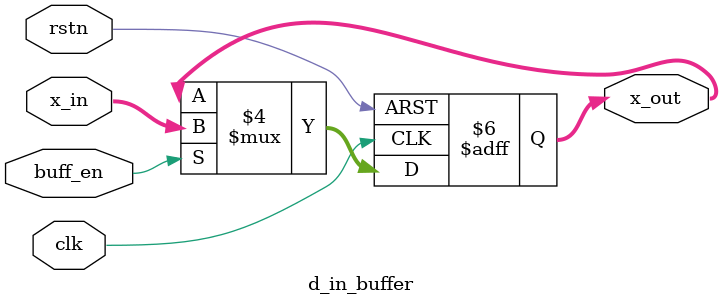
<source format=v>
`timescale 1ns / 1ps

module d_in_buffer(
    clk,
    rstn,
    buff_en,
    x_in,

    x_out
);
    ////////////////////////////////////////// Parameters ////////////////////////////////////////////
    parameter DATA_WIDTH = 16;
    parameter CONV_UNITS = 8;

    localparam IN_SIZE   = CONV_UNITS+2;
    ////////////////////////////////////// Port declaration ////////////////////////////////////////////
    input                  clk;
    input                  buff_en;
    input                  rstn;
    input [(DATA_WIDTH*IN_SIZE)-1:0] x_in;

    output reg [(DATA_WIDTH*IN_SIZE)-1:0] x_out;

    //////////////////////////////////////////// Code /////////////////////////////////////////////////
    always@(posedge clk, negedge rstn)
    begin
        if (~rstn) begin
            x_out <= 0;
        end else begin
            if (buff_en) begin
                x_out <= x_in;
            end else begin
                x_out <= x_out;
            end
        end
    end

endmodule
</source>
